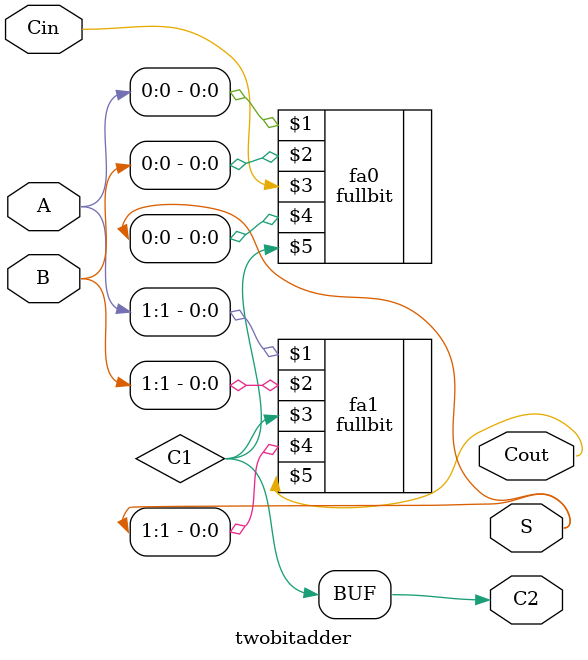
<source format=v>
`timescale 1ns / 1ps


module twobitadder(
    input [1:0] A,
    input [1:0] B,
    input Cin,
    output [1:0] S,
    output Cout,
    output C2
    );
    
    wire C1;
    assign C2 = C1;

    fullbit fa0 ( A[0] , B[0] , Cin , S[0] , C1 );
    fullbit fa1 ( A[1] , B[1] , C1 , S[1] , Cout);
    
endmodule

</source>
